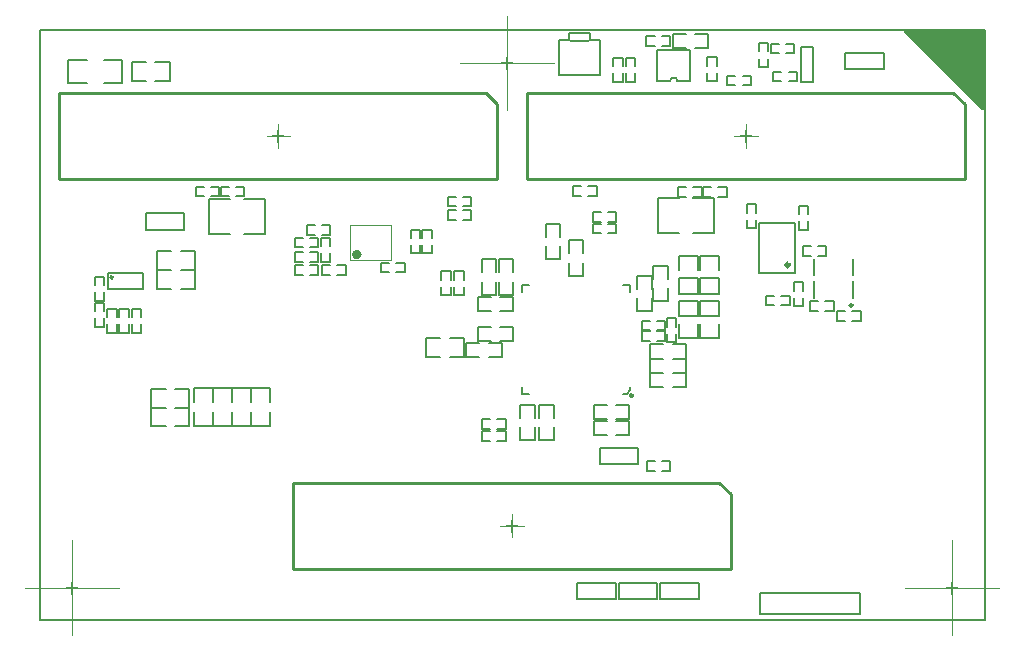
<source format=gbo>
G04 Layer_Color=12566272*
%FSLAX44Y44*%
%MOMM*%
G71*
G01*
G75*
%ADD61C,0.1500*%
%ADD63C,0.2000*%
%ADD64C,0.2500*%
%ADD67C,0.3000*%
%ADD68C,0.4000*%
%ADD115C,0.2540*%
%ADD213R,0.2000X0.2000*%
%ADD214C,0.1000*%
G36*
X800000Y431913D02*
X798152Y431147D01*
X731848Y497452D01*
X732613Y499300D01*
X800000D01*
Y431913D01*
D02*
G37*
D61*
X539000Y235000D02*
Y242000D01*
Y248000D02*
Y255000D01*
X531000Y235000D02*
Y242000D01*
Y248000D02*
Y255000D01*
Y235000D02*
X539000D01*
X531000Y255000D02*
X539000D01*
X401000Y236000D02*
Y248000D01*
X371000Y236000D02*
Y248000D01*
X390000D02*
X401000D01*
X371000D02*
X382000D01*
X390000Y236000D02*
X401000D01*
X371000D02*
X382000D01*
X401000Y261000D02*
Y273001D01*
X371000Y261000D02*
Y273001D01*
X390000D02*
X401000D01*
X371000D02*
X382000D01*
X390000Y261000D02*
X401000D01*
X371000D02*
X382000D01*
X359000Y222500D02*
Y238500D01*
X327000Y222500D02*
Y238500D01*
X347000D02*
X359000D01*
X327000D02*
X339000D01*
X347000Y222500D02*
X359000D01*
X327000D02*
X339000D01*
X448000Y291000D02*
X460000D01*
X448000Y321000D02*
X460000D01*
Y291000D02*
Y302000D01*
Y310000D02*
Y321000D01*
X448000Y291000D02*
Y302000D01*
Y310000D02*
Y321000D01*
X423000Y182000D02*
X435000D01*
X423000Y152000D02*
X435000D01*
X423000Y171000D02*
Y182000D01*
Y152000D02*
Y163000D01*
X435000Y171000D02*
Y182000D01*
Y152000D02*
Y163000D01*
X506000Y261000D02*
X518000D01*
X506000Y291000D02*
X518000D01*
Y261000D02*
Y272000D01*
Y280000D02*
Y291000D01*
X506000Y261000D02*
Y272000D01*
Y280000D02*
Y291000D01*
X559000Y308000D02*
X575000D01*
X559000Y276000D02*
X575000D01*
X559000Y296000D02*
Y308000D01*
Y276000D02*
Y288000D01*
X575000Y296000D02*
Y308000D01*
Y276000D02*
Y288000D01*
X541000Y257000D02*
X557000D01*
X541000Y289000D02*
X557000D01*
Y257000D02*
Y269000D01*
Y277000D02*
Y289000D01*
X541000Y257000D02*
Y269000D01*
Y277000D02*
Y289000D01*
X190500Y326500D02*
Y356000D01*
X173000Y326500D02*
X190500D01*
X173000Y356010D02*
X190500Y356000D01*
X143500Y326500D02*
X161000Y326490D01*
X143500Y356000D02*
X161000D01*
X143500Y326500D02*
Y356000D01*
X132178Y358500D02*
X139178D01*
X145178D02*
X152178D01*
X132178Y366500D02*
X139178D01*
X145178D02*
X152178D01*
X132178Y358500D02*
Y366500D01*
X152178Y358500D02*
Y366500D01*
X628000Y273931D02*
X635000D01*
X615000D02*
X622000D01*
X628000Y265931D02*
X635000D01*
X615000D02*
X622000D01*
X635000D02*
Y273931D01*
X615000Y265931D02*
Y273931D01*
X681500Y466000D02*
X714400D01*
X681500D02*
Y480000D01*
X714400D01*
Y466000D02*
Y480000D01*
X481000Y335000D02*
X488000D01*
X468000D02*
X475000D01*
X481000Y327000D02*
X488000D01*
X468000D02*
X475000D01*
X488000D02*
Y335000D01*
X468000Y327000D02*
Y335000D01*
X481000Y345000D02*
X488000D01*
X468000D02*
X475000D01*
X481000Y337000D02*
X488000D01*
X468000D02*
X475000D01*
X488000D02*
Y345000D01*
X468000Y337000D02*
Y345000D01*
X67500Y256000D02*
Y263000D01*
Y243000D02*
Y250000D01*
X75500Y256000D02*
Y263000D01*
Y243000D02*
Y250000D01*
X67500Y263000D02*
X75500D01*
X67500Y243000D02*
X75500D01*
X46500Y261000D02*
Y268000D01*
Y248000D02*
Y255000D01*
X54500Y261000D02*
Y268000D01*
Y248000D02*
Y255000D01*
X46500Y268000D02*
X54500D01*
X46500Y248000D02*
X54500D01*
X57000Y256000D02*
Y263000D01*
Y243000D02*
Y250000D01*
X65000Y256000D02*
Y263000D01*
Y243000D02*
Y250000D01*
X57000Y263000D02*
X65000D01*
X57000Y243000D02*
X65000D01*
X86000D02*
Y250000D01*
Y256000D02*
Y263000D01*
X78000Y243000D02*
Y250000D01*
Y256000D02*
Y263000D01*
Y243000D02*
X86000D01*
X78000Y263000D02*
X86000D01*
X216000Y303000D02*
Y311000D01*
X236000Y303000D02*
Y311000D01*
X216000Y303000D02*
X223000D01*
X229000D02*
X236000D01*
X216000Y311000D02*
X223000D01*
X229000D02*
X236000D01*
X632000Y487500D02*
X639000D01*
X619000D02*
X626000D01*
X632000Y479500D02*
X639000D01*
X619000D02*
X626000D01*
X639000D02*
Y487500D01*
X619000Y479500D02*
Y487500D01*
X609000Y481000D02*
Y488000D01*
Y468000D02*
Y475000D01*
X617000Y481000D02*
Y488000D01*
Y468000D02*
Y475000D01*
X609000Y488000D02*
X617000D01*
X609000Y468000D02*
X617000D01*
X644400Y485000D02*
X654850D01*
Y455000D02*
Y485000D01*
X644400Y455000D02*
X654850D01*
X644400D02*
Y485000D01*
X490100Y17000D02*
Y31000D01*
Y17000D02*
X523000D01*
Y31000D01*
X490100D02*
X523000D01*
X89600Y330000D02*
Y344000D01*
Y330000D02*
X122500D01*
Y344000D01*
X89600D02*
X122500D01*
X464500Y367000D02*
X471500D01*
X451500D02*
X458500D01*
X464500Y359000D02*
X471500D01*
X451500D02*
X458500D01*
X471500D02*
Y367000D01*
X451500Y359000D02*
Y367000D01*
X526500Y494000D02*
X533500D01*
X513500D02*
X520500D01*
X526500Y486000D02*
X533500D01*
X513500D02*
X520500D01*
X533500D02*
Y494000D01*
X513500Y486000D02*
Y494000D01*
X496000Y468500D02*
Y475500D01*
Y455500D02*
Y462500D01*
X504000Y468500D02*
Y475500D01*
Y455500D02*
Y462500D01*
X496000Y475500D02*
X504000D01*
X496000Y455500D02*
X504000D01*
X314000Y323000D02*
Y330000D01*
Y310000D02*
Y317000D01*
X322000Y323000D02*
Y330000D01*
Y310000D02*
Y317000D01*
X314000Y330000D02*
X322000D01*
X314000Y310000D02*
X322000D01*
X332000Y310000D02*
Y317000D01*
Y323000D02*
Y330000D01*
X324000Y310000D02*
Y317000D01*
Y323000D02*
Y330000D01*
Y310000D02*
X332000D01*
X324000Y330000D02*
X332000D01*
X78000Y456000D02*
Y472000D01*
X110000Y456000D02*
Y472000D01*
X78000Y456000D02*
X90000D01*
X98000D02*
X110000D01*
X78000Y472000D02*
X90000D01*
X98000D02*
X110000D01*
X536000Y484000D02*
Y496000D01*
X566000Y484000D02*
Y496000D01*
X536000Y484000D02*
X547000D01*
X555000D02*
X566000D01*
X536000Y496000D02*
X547000D01*
X555000D02*
X566000D01*
X493500Y455500D02*
Y462500D01*
Y468500D02*
Y475500D01*
X485500Y455500D02*
Y462500D01*
Y468500D02*
Y475500D01*
Y455500D02*
X493500D01*
X485500Y475500D02*
X493500D01*
X573000Y456000D02*
Y463000D01*
Y469000D02*
Y476000D01*
X565000Y456000D02*
Y463000D01*
Y469000D02*
Y476000D01*
Y456000D02*
X573000D01*
X565000Y476000D02*
X573000D01*
X24000Y454000D02*
X40000D01*
X54000D02*
X70000D01*
X24000Y474000D02*
X40000D01*
X54000D02*
X70000D01*
X24000Y454000D02*
Y474000D01*
X70000Y454000D02*
Y474000D01*
X289000Y294000D02*
X296000D01*
X302000D02*
X309000D01*
X289000Y302000D02*
X296000D01*
X302000D02*
X309000D01*
X289000Y294000D02*
Y302000D01*
X309000Y294000D02*
Y302000D01*
X46500Y283000D02*
Y290000D01*
Y270000D02*
Y277000D01*
X54500Y283000D02*
Y290000D01*
Y270000D02*
Y277000D01*
X46500Y290000D02*
X54500D01*
X46500Y270000D02*
X54500D01*
X517000Y221000D02*
Y233000D01*
X547000Y221000D02*
Y233000D01*
X517000Y221000D02*
X528000D01*
X536000D02*
X547000D01*
X517000Y233000D02*
X528000D01*
X536000D02*
X547000D01*
X509500Y245000D02*
X516500D01*
X522500D02*
X529500D01*
X509500Y253000D02*
X516500D01*
X522500D02*
X529500D01*
X509500Y245000D02*
Y253000D01*
X529500Y245000D02*
Y253000D01*
X361000Y222500D02*
X372000D01*
X380000D02*
X391000D01*
X361000Y234500D02*
X372000D01*
X380000D02*
X391000D01*
X361000Y222500D02*
Y234500D01*
X391000Y222500D02*
Y234500D01*
X419000Y152000D02*
Y163000D01*
Y171000D02*
Y182000D01*
X407000Y152000D02*
Y163000D01*
Y171000D02*
Y182000D01*
Y152000D02*
X419000D01*
X407000Y182000D02*
X419000D01*
X523500Y327000D02*
Y356500D01*
X541000D01*
X523500Y327000D02*
X541000Y326990D01*
X553000Y356510D02*
X570500Y356500D01*
X553000Y327000D02*
X570500D01*
Y356500D01*
X540500Y358000D02*
X547500D01*
X553500D02*
X560500D01*
X540500Y366000D02*
X547500D01*
X553500D02*
X560500D01*
X540500Y358000D02*
Y366000D01*
X560500Y358000D02*
Y366000D01*
X574500D02*
X581500D01*
X561500D02*
X568500D01*
X574500Y358000D02*
X581500D01*
X561500D02*
X568500D01*
X581500D02*
Y366000D01*
X561500Y358000D02*
Y366000D01*
X166178Y366500D02*
X173178D01*
X153178D02*
X160178D01*
X166178Y358500D02*
X173178D01*
X153178D02*
X160178D01*
X173178D02*
Y366500D01*
X153178Y358500D02*
Y366500D01*
X522500Y244000D02*
X529500D01*
X509500D02*
X516500D01*
X522500Y236000D02*
X529500D01*
X509500D02*
X516500D01*
X529500D02*
Y244000D01*
X509500Y236000D02*
Y244000D01*
X358500Y358000D02*
X365500D01*
X345500D02*
X352500D01*
X358500Y350000D02*
X365500D01*
X345500D02*
X352500D01*
X365500D02*
Y358000D01*
X345500Y350000D02*
Y358000D01*
X374500Y161500D02*
X381500D01*
X387500D02*
X394500D01*
X374500Y169500D02*
X381500D01*
X387500D02*
X394500D01*
X374500Y161500D02*
Y169500D01*
X394500Y161500D02*
Y169500D01*
X358500Y346500D02*
X365500D01*
X345500D02*
X352500D01*
X358500Y338500D02*
X365500D01*
X345500D02*
X352500D01*
X365500D02*
Y346500D01*
X345500Y338500D02*
Y346500D01*
X428500Y324000D02*
Y335000D01*
Y305000D02*
Y316000D01*
X440500Y324000D02*
Y335000D01*
Y305000D02*
Y316000D01*
X428500Y335000D02*
X440500D01*
X428500Y305000D02*
X440500D01*
X525100Y17000D02*
Y31000D01*
Y17000D02*
X558000D01*
Y31000D01*
X525100D02*
X558000D01*
X506900Y131500D02*
Y145500D01*
X474000D02*
X506900D01*
X474000Y131500D02*
Y145500D01*
Y131500D02*
X506900D01*
X641000Y456000D02*
Y464000D01*
X621000Y456000D02*
Y464000D01*
X634000D02*
X641000D01*
X621000D02*
X628000D01*
X634000Y456000D02*
X641000D01*
X621000D02*
X628000D01*
X675000Y252931D02*
X682000D01*
X688000D02*
X695000D01*
X675000Y260931D02*
X682000D01*
X688000D02*
X695000D01*
X675000Y252931D02*
Y260931D01*
X695000Y252931D02*
Y260931D01*
X646500Y265500D02*
Y272500D01*
Y278500D02*
Y285500D01*
X638500Y265500D02*
Y272500D01*
Y278500D02*
Y285500D01*
Y265500D02*
X646500D01*
X638500Y285500D02*
X646500D01*
X389000Y275000D02*
X401000D01*
X389000Y305000D02*
X401000D01*
Y275000D02*
Y286000D01*
Y294000D02*
Y305000D01*
X389000Y275000D02*
Y286000D01*
Y294000D02*
Y305000D01*
X659000Y316000D02*
X666000D01*
X646000D02*
X653000D01*
X659000Y308000D02*
X666000D01*
X646000D02*
X653000D01*
X666000D02*
Y316000D01*
X646000Y308000D02*
Y316000D01*
X665200Y269431D02*
X672200D01*
X652200D02*
X659200D01*
X665200Y261431D02*
X672200D01*
X652200D02*
X659200D01*
X672200D02*
Y269431D01*
X652200Y261431D02*
Y269431D01*
X650500Y330029D02*
Y337029D01*
Y343029D02*
Y350029D01*
X642500Y330029D02*
Y337029D01*
Y343029D02*
Y350029D01*
Y330029D02*
X650500D01*
X642500Y350029D02*
X650500D01*
X519500Y288500D02*
Y299500D01*
Y269500D02*
Y280500D01*
X531500Y288500D02*
Y299500D01*
Y269500D02*
Y280500D01*
X519500Y299500D02*
X531500D01*
X519500Y269500D02*
X531500D01*
X488000Y182000D02*
X499000D01*
X469000D02*
X480000D01*
X488000Y170000D02*
X499000D01*
X469000D02*
X480000D01*
X499000D02*
Y182000D01*
X469000Y170000D02*
Y182000D01*
X536000Y209000D02*
X547000D01*
X517000D02*
X528000D01*
X536000Y197000D02*
X547000D01*
X517000D02*
X528000D01*
X547000D02*
Y209000D01*
X517000Y197000D02*
Y209000D01*
X598500Y344500D02*
Y351500D01*
Y331500D02*
Y338500D01*
X606500Y344500D02*
Y351500D01*
Y331500D02*
Y338500D01*
X598500Y351500D02*
X606500D01*
X598500Y331500D02*
X606500D01*
X238000Y316000D02*
Y323000D01*
Y303000D02*
Y310000D01*
X246000Y316000D02*
Y323000D01*
Y303000D02*
Y310000D01*
X238000Y323000D02*
X246000D01*
X238000Y303000D02*
X246000D01*
X488000Y168000D02*
X499000D01*
X469000D02*
X480000D01*
X488000Y156000D02*
X499000D01*
X469000D02*
X480000D01*
X499000D02*
Y168000D01*
X469000Y156000D02*
Y168000D01*
X374500Y294000D02*
Y305000D01*
Y275000D02*
Y286000D01*
X386500Y294000D02*
Y305000D01*
Y275000D02*
Y286000D01*
X374500Y305000D02*
X386500D01*
X374500Y275000D02*
X386500D01*
X455100Y31000D02*
X488000D01*
Y17000D02*
Y31000D01*
X455100Y17000D02*
X488000D01*
X455100D02*
Y31000D01*
X602000Y452500D02*
Y460500D01*
X582000Y452500D02*
Y460500D01*
X595000D02*
X602000D01*
X582000D02*
X589000D01*
X595000Y452500D02*
X602000D01*
X582000D02*
X589000D01*
X541000Y308000D02*
X557000D01*
X541000Y276000D02*
X557000D01*
X541000Y296000D02*
Y308000D01*
Y276000D02*
Y288000D01*
X557000Y296000D02*
Y308000D01*
Y276000D02*
Y288000D01*
X541000Y270000D02*
X557000D01*
X541000Y238000D02*
X557000D01*
X541000Y258000D02*
Y270000D01*
Y238000D02*
Y250000D01*
X557000Y258000D02*
Y270000D01*
Y238000D02*
Y250000D01*
X559000Y270000D02*
X575000D01*
X559000Y238000D02*
X575000D01*
X559000Y258000D02*
Y270000D01*
Y238000D02*
Y250000D01*
X575000Y258000D02*
Y270000D01*
Y238000D02*
Y250000D01*
X559000Y257000D02*
X575000D01*
X559000Y289000D02*
X575000D01*
Y257000D02*
Y269000D01*
Y277000D02*
Y289000D01*
X559000Y257000D02*
Y269000D01*
Y277000D02*
Y289000D01*
X99500Y296000D02*
Y312000D01*
X131500Y296000D02*
Y312000D01*
X99500Y296000D02*
X111500D01*
X119500D02*
X131500D01*
X99500Y312000D02*
X111500D01*
X119500D02*
X131500D01*
X99500Y280000D02*
Y296000D01*
X131500Y280000D02*
Y296000D01*
X99500Y280000D02*
X111500D01*
X119500D02*
X131500D01*
X99500Y296000D02*
X111500D01*
X119500D02*
X131500D01*
X126500Y179500D02*
Y195500D01*
X94500Y179500D02*
Y195500D01*
X114500D02*
X126500D01*
X94500D02*
X106500D01*
X114500Y179500D02*
X126500D01*
X94500D02*
X106500D01*
X126500Y163500D02*
Y179500D01*
X94500Y163500D02*
Y179500D01*
X114500D02*
X126500D01*
X94500D02*
X106500D01*
X114500Y163500D02*
X126500D01*
X94500D02*
X106500D01*
X147000Y164000D02*
X163000D01*
X147000Y196000D02*
X163000D01*
Y164000D02*
Y176000D01*
Y184000D02*
Y196000D01*
X147000Y164000D02*
Y176000D01*
Y184000D02*
Y196000D01*
X131000Y164000D02*
X147000D01*
X131000Y196000D02*
X147000D01*
Y164000D02*
Y176000D01*
Y184000D02*
Y196000D01*
X131000Y164000D02*
Y176000D01*
Y184000D02*
Y196000D01*
X179000Y164000D02*
X195000D01*
X179000Y196000D02*
X195000D01*
Y164000D02*
Y176000D01*
Y184000D02*
Y196000D01*
X179000Y164000D02*
Y176000D01*
Y184000D02*
Y196000D01*
X163000Y164000D02*
X179000D01*
X163000Y196000D02*
X179000D01*
Y164000D02*
Y176000D01*
Y184000D02*
Y196000D01*
X163000Y164000D02*
Y176000D01*
Y184000D02*
Y196000D01*
X340000Y294750D02*
X348000D01*
X340000Y274750D02*
X348000D01*
X340000Y287750D02*
Y294750D01*
Y274750D02*
Y281750D01*
X348000Y287750D02*
Y294750D01*
Y274750D02*
Y281750D01*
X351000Y294750D02*
X359000D01*
X351000Y274750D02*
X359000D01*
X351000Y287750D02*
Y294750D01*
Y274750D02*
Y281750D01*
X359000Y287750D02*
Y294750D01*
Y274750D02*
Y281750D01*
X374500Y151500D02*
Y159500D01*
X394500Y151500D02*
Y159500D01*
X374500Y151500D02*
X381500D01*
X387500D02*
X394500D01*
X374500Y159500D02*
X381500D01*
X387500D02*
X394500D01*
X536000Y221000D02*
X547000D01*
X517000D02*
X528000D01*
X536000Y209000D02*
X547000D01*
X517000D02*
X528000D01*
X547000D02*
Y221000D01*
X517000Y209000D02*
Y221000D01*
X226000Y326000D02*
Y334000D01*
X246000Y326000D02*
Y334000D01*
X226000Y326000D02*
X233000D01*
X239000D02*
X246000D01*
X226000Y334000D02*
X233000D01*
X239000D02*
X246000D01*
X239000Y292000D02*
X246000D01*
X252000D02*
X259000D01*
X239000Y300000D02*
X246000D01*
X252000D02*
X259000D01*
X239000Y292000D02*
Y300000D01*
X259000Y292000D02*
Y300000D01*
X229000D02*
X236000D01*
X216000D02*
X223000D01*
X229000Y292000D02*
X236000D01*
X216000D02*
X223000D01*
X236000D02*
Y300000D01*
X216000Y292000D02*
Y300000D01*
X229000Y323000D02*
X236000D01*
X216000D02*
X223000D01*
X229000Y315000D02*
X236000D01*
X216000D02*
X223000D01*
X236000D02*
Y323000D01*
X216000Y315000D02*
Y323000D01*
X514000Y125998D02*
Y133998D01*
X534000Y125998D02*
Y133998D01*
X514000Y125998D02*
X521000D01*
X527000D02*
X534000D01*
X514000Y133998D02*
X521000D01*
X527000D02*
X534000D01*
D63*
X539721Y455971D02*
G03*
X533721Y455971I-3000J0D01*
G01*
X465750Y491000D02*
X474500D01*
X464250Y489500D02*
X465750Y491000D01*
X439500D02*
X448250D01*
X449750Y489500D01*
X466000Y491000D02*
Y497000D01*
X448000D02*
X466000D01*
X448000Y491000D02*
Y497000D01*
X439500Y461000D02*
Y491000D01*
X449750Y489500D02*
X464250D01*
X474500Y461000D02*
Y491000D01*
X439500Y461000D02*
X474500D01*
X0Y499500D02*
X800000D01*
X0Y-500D02*
X800000D01*
X0D02*
Y499500D01*
X800000Y-500D02*
Y499500D01*
X609750Y4750D02*
X694500D01*
X609750D02*
Y22500D01*
X694500D01*
Y4750D02*
Y22500D01*
X522721Y455971D02*
Y481971D01*
X550721D01*
Y455971D02*
Y481971D01*
X539721Y455971D02*
X550721D01*
X522721D02*
X533721D01*
X58000Y280000D02*
X87000D01*
X58000Y293000D02*
X87000D01*
Y280000D02*
Y293000D01*
X58000Y280000D02*
Y293000D01*
X655500Y272550D02*
Y286300D01*
Y272550D02*
X655750D01*
X655500Y291800D02*
Y305550D01*
X655750D01*
X688250D02*
X688500D01*
Y291800D02*
Y305550D01*
Y272550D02*
Y286300D01*
X688250Y272550D02*
X688500D01*
X609180Y293710D02*
X639180D01*
X609180D02*
Y335710D01*
X639180D01*
Y293710D02*
Y335710D01*
X598000Y404500D02*
Y414500D01*
X593000Y409500D02*
X603000D01*
X202000Y404500D02*
Y414500D01*
X197000Y409500D02*
X207000D01*
X400000Y74500D02*
Y84500D01*
X395000Y79500D02*
X405000D01*
X395500Y466000D02*
Y476000D01*
X390500Y471000D02*
X400500D01*
X27500Y22000D02*
Y32000D01*
X22500Y27000D02*
X32500D01*
X772500Y22000D02*
Y32000D01*
X767500Y27000D02*
X777500D01*
X497000Y191000D02*
X500000Y194000D01*
X494000Y191000D02*
X497000D01*
X500000Y194000D02*
Y197000D01*
Y277000D02*
Y283000D01*
X494000D02*
X500000D01*
X408000D02*
X414000D01*
X408000Y277000D02*
Y283000D01*
Y191000D02*
Y197000D01*
Y191000D02*
X414000D01*
D64*
X688250Y266050D02*
G03*
X688250Y266050I-1250J0D01*
G01*
X502250Y189750D02*
G03*
X502250Y189750I-1250J0D01*
G01*
D67*
X634680Y300210D02*
G03*
X634680Y300210I-1500J0D01*
G01*
D68*
X270470Y309000D02*
G03*
X270470Y309000I-2000J0D01*
G01*
D115*
X62000Y290000D02*
G03*
X62000Y290000I-1000J0D01*
G01*
X773500Y446000D02*
X783250Y436250D01*
X412250Y446000D02*
X773500D01*
X412250Y373000D02*
Y446000D01*
Y373000D02*
X783250D01*
X783250D02*
Y436250D01*
X377500Y446000D02*
X387250Y436250D01*
X16250Y446000D02*
X377500D01*
X16250Y373000D02*
Y446000D01*
Y373000D02*
X387250D01*
X387250D02*
Y436250D01*
X575500Y116000D02*
X585250Y106250D01*
X214250Y116000D02*
X575500D01*
X214250Y43000D02*
Y116000D01*
Y43000D02*
X585250D01*
X585250D02*
Y106250D01*
D213*
X691000Y4750D02*
D03*
X772500Y27000D02*
D03*
D214*
X202000Y399500D02*
Y419500D01*
X192000Y409500D02*
X212000D01*
X598000Y399500D02*
Y419500D01*
X588000Y409500D02*
X608000D01*
X400000Y69500D02*
Y89500D01*
X390000Y79500D02*
X410000D01*
X395500Y431000D02*
Y511000D01*
X355500Y471000D02*
X435500D01*
X772500Y-13000D02*
Y67000D01*
X732500Y27000D02*
X812500D01*
X27500Y-13000D02*
Y67000D01*
X-12500Y27000D02*
X67500D01*
X263000Y304000D02*
X297410D01*
Y334000D01*
X263000D02*
X297410D01*
X263000Y304000D02*
Y334000D01*
M02*

</source>
